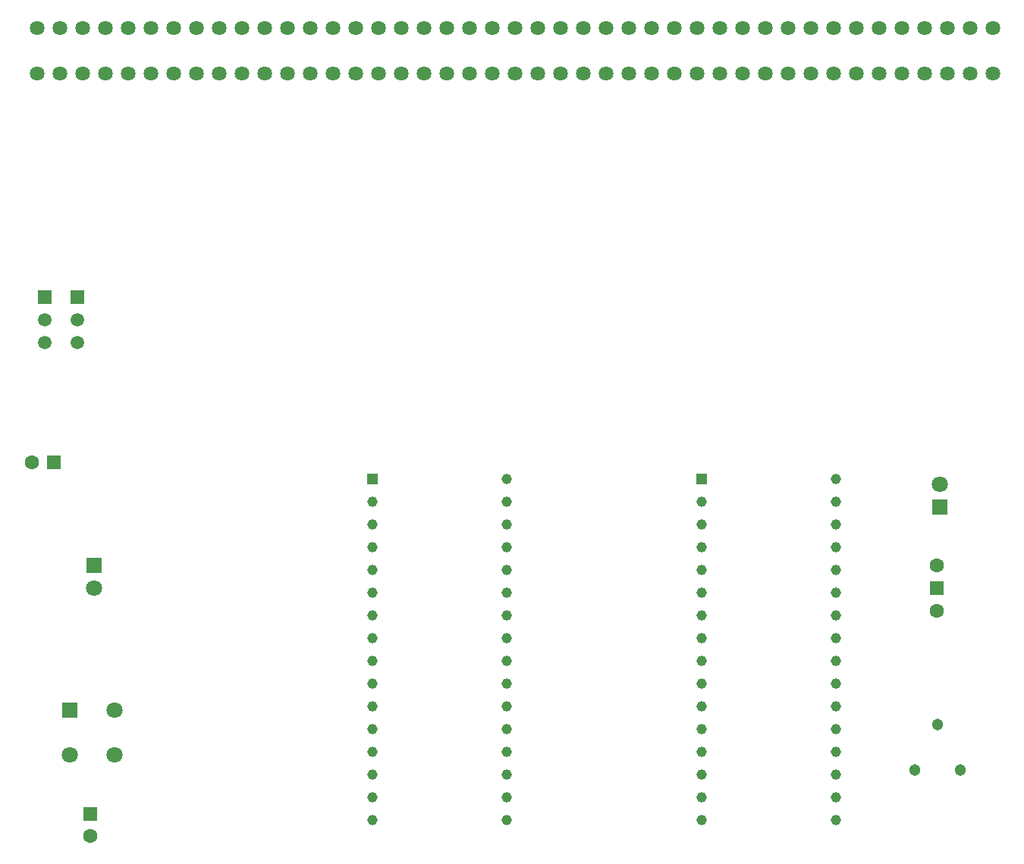
<source format=gbr>
%TF.GenerationSoftware,KiCad,Pcbnew,8.0.3*%
%TF.CreationDate,2024-08-26T22:05:50+02:00*%
%TF.ProjectId,ARIII_EPROM,41524949-495f-4455-9052-4f4d2e6b6963,rev?*%
%TF.SameCoordinates,Original*%
%TF.FileFunction,Soldermask,Bot*%
%TF.FilePolarity,Negative*%
%FSLAX46Y46*%
G04 Gerber Fmt 4.6, Leading zero omitted, Abs format (unit mm)*
G04 Created by KiCad (PCBNEW 8.0.3) date 2024-08-26 22:05:50*
%MOMM*%
%LPD*%
G01*
G04 APERTURE LIST*
%ADD10R,1.160000X1.160000*%
%ADD11C,1.160000*%
%ADD12C,1.303000*%
%ADD13R,1.500000X1.500000*%
%ADD14C,1.600000*%
%ADD15C,1.500000*%
%ADD16R,1.600000X1.600000*%
%ADD17R,1.800000X1.800000*%
%ADD18C,1.800000*%
%ADD19C,1.635000*%
G04 APERTURE END LIST*
D10*
%TO.C,U7*%
X125510000Y-89550000D03*
D11*
X125510000Y-92090000D03*
X125510000Y-94630000D03*
X125510000Y-97170000D03*
X125510000Y-99710000D03*
X125510000Y-102250000D03*
X125510000Y-104790000D03*
X125510000Y-107330000D03*
X125510000Y-109870000D03*
X125510000Y-112410000D03*
X125510000Y-114950000D03*
X125510000Y-117490000D03*
X125510000Y-120030000D03*
X125510000Y-122570000D03*
X125510000Y-125110000D03*
X125510000Y-127650000D03*
X140500000Y-127650000D03*
X140500000Y-125110000D03*
X140500000Y-122570000D03*
X140500000Y-120030000D03*
X140500000Y-117490000D03*
X140500000Y-114950000D03*
X140500000Y-112410000D03*
X140500000Y-109870000D03*
X140500000Y-107330000D03*
X140500000Y-104790000D03*
X140500000Y-102250000D03*
X140500000Y-99710000D03*
X140500000Y-97170000D03*
X140500000Y-94630000D03*
X140500000Y-92090000D03*
X140500000Y-89550000D03*
%TD*%
D12*
%TO.C,VR1*%
X191090000Y-122080000D03*
X188550000Y-117000000D03*
X186010000Y-122080000D03*
%TD*%
D13*
%TO.C,SW2*%
X188500000Y-101690000D03*
D14*
X188500000Y-104230000D03*
X188500000Y-99150000D03*
%TD*%
D13*
%TO.C,Q2*%
X88900000Y-69200000D03*
D15*
X88900000Y-71740000D03*
X88900000Y-74280000D03*
%TD*%
D16*
%TO.C,C1*%
X94000000Y-126944888D03*
D14*
X94000000Y-129444888D03*
%TD*%
D17*
%TO.C,D2*%
X94450000Y-99225000D03*
D18*
X94450000Y-101765000D03*
%TD*%
D13*
%TO.C,Q1*%
X92600000Y-69200000D03*
D15*
X92600000Y-71740000D03*
X92600000Y-74280000D03*
%TD*%
D17*
%TO.C,SW1*%
X91677500Y-115377500D03*
D18*
X96677500Y-115377500D03*
X91677500Y-120377500D03*
X96677500Y-120377500D03*
%TD*%
D19*
%TO.C,CN1*%
X88060000Y-39120000D03*
X88060000Y-44200000D03*
X90600000Y-39120000D03*
X90600000Y-44200000D03*
X93140000Y-39120000D03*
X93140000Y-44200000D03*
X95680000Y-39120000D03*
X95680000Y-44200000D03*
X98220000Y-39120000D03*
X98220000Y-44200000D03*
X100760000Y-39120000D03*
X100760000Y-44200000D03*
X103300000Y-39120000D03*
X103300000Y-44200000D03*
X105840000Y-39120000D03*
X105840000Y-44200000D03*
X108380000Y-39120000D03*
X108380000Y-44200000D03*
X110920000Y-39120000D03*
X110920000Y-44200000D03*
X113460000Y-39120000D03*
X113460000Y-44200000D03*
X116000000Y-39120000D03*
X116000000Y-44200000D03*
X118540000Y-39120000D03*
X118540000Y-44200000D03*
X121080000Y-39120000D03*
X121080000Y-44200000D03*
X123620000Y-39120000D03*
X123620000Y-44200000D03*
X126160000Y-39120000D03*
X126160000Y-44200000D03*
X128700000Y-39120000D03*
X128700000Y-44200000D03*
X131240000Y-39120000D03*
X131240000Y-44200000D03*
X133780000Y-39120000D03*
X133780000Y-44200000D03*
X136320000Y-39120000D03*
X136320000Y-44200000D03*
X138860000Y-39120000D03*
X138860000Y-44200000D03*
X141400000Y-39120000D03*
X141400000Y-44200000D03*
X143940000Y-39120000D03*
X143940000Y-44200000D03*
X146480000Y-39120000D03*
X146480000Y-44200000D03*
X149020000Y-39120000D03*
X149020000Y-44200000D03*
X151560000Y-39120000D03*
X151560000Y-44200000D03*
X154100000Y-39120000D03*
X154100000Y-44200000D03*
X156640000Y-39120000D03*
X156640000Y-44200000D03*
X159180000Y-39120000D03*
X159180000Y-44200000D03*
X161720000Y-39120000D03*
X161720000Y-44200000D03*
X164260000Y-39120000D03*
X164260000Y-44200000D03*
X166800000Y-39120000D03*
X166800000Y-44200000D03*
X169340000Y-39120000D03*
X169340000Y-44200000D03*
X171880000Y-39120000D03*
X171880000Y-44200000D03*
X174420000Y-39120000D03*
X174420000Y-44200000D03*
X176960000Y-39120000D03*
X176960000Y-44200000D03*
X179500000Y-39120000D03*
X179500000Y-44200000D03*
X182040000Y-39120000D03*
X182040000Y-44200000D03*
X184580000Y-39120000D03*
X184580000Y-44200000D03*
X187120000Y-39120000D03*
X187120000Y-44200000D03*
X189660000Y-39120000D03*
X189660000Y-44200000D03*
X192200000Y-39120000D03*
X192200000Y-44200000D03*
X194740000Y-39120000D03*
X194740000Y-44200000D03*
%TD*%
D16*
%TO.C,C6*%
X89950000Y-87650000D03*
D14*
X87450000Y-87650000D03*
%TD*%
D17*
%TO.C,D1*%
X188850000Y-92700000D03*
D18*
X188850000Y-90160000D03*
%TD*%
D11*
%TO.C,U9*%
X177250000Y-89550000D03*
X177250000Y-92090000D03*
X177250000Y-94630000D03*
X177250000Y-97170000D03*
X177250000Y-99710000D03*
X177250000Y-102250000D03*
X177250000Y-104790000D03*
X177250000Y-107330000D03*
X177250000Y-109870000D03*
X177250000Y-112410000D03*
X177250000Y-114950000D03*
X177250000Y-117490000D03*
X177250000Y-120030000D03*
X177250000Y-122570000D03*
X177250000Y-125110000D03*
X177250000Y-127650000D03*
X162260000Y-127650000D03*
X162260000Y-125110000D03*
X162260000Y-122570000D03*
X162260000Y-120030000D03*
X162260000Y-117490000D03*
X162260000Y-114950000D03*
X162260000Y-112410000D03*
X162260000Y-109870000D03*
X162260000Y-107330000D03*
X162260000Y-104790000D03*
X162260000Y-102250000D03*
X162260000Y-99710000D03*
X162260000Y-97170000D03*
X162260000Y-94630000D03*
X162260000Y-92090000D03*
D10*
X162260000Y-89550000D03*
%TD*%
M02*

</source>
